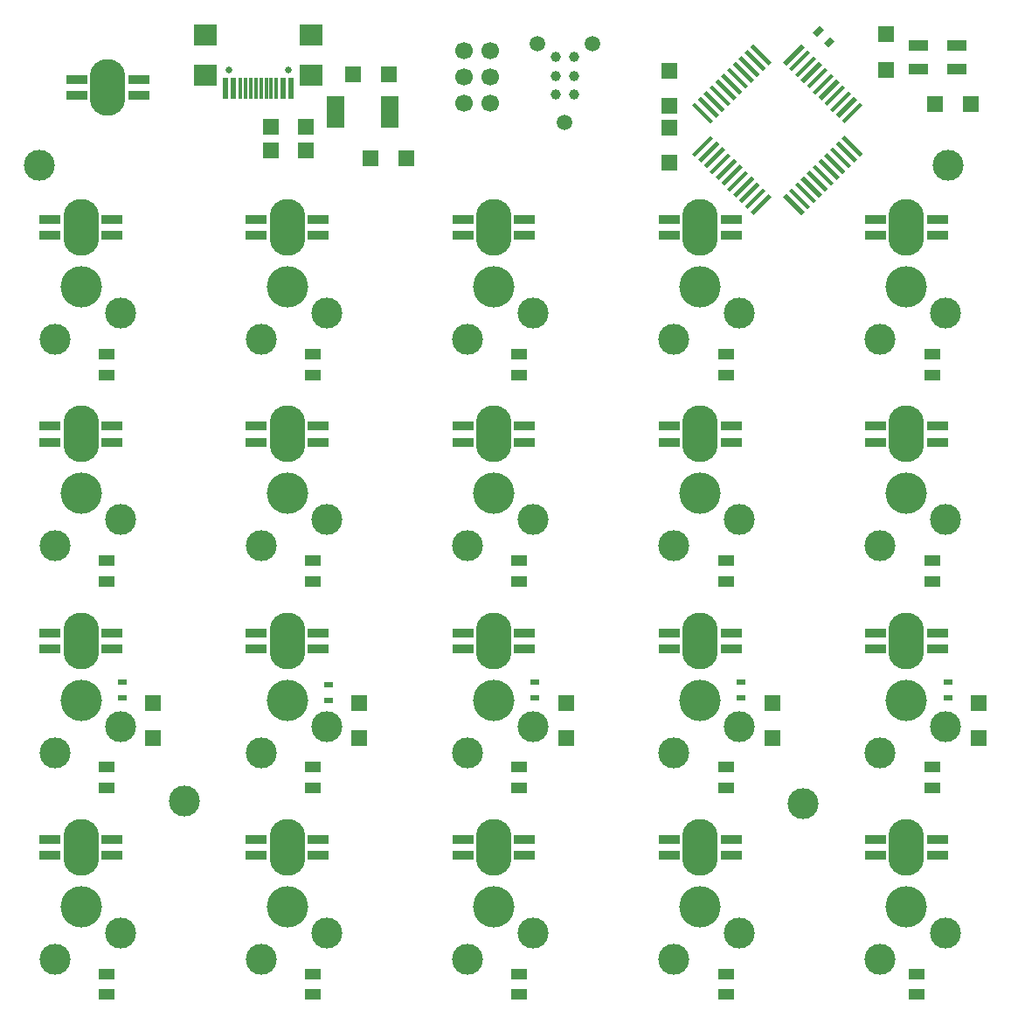
<source format=gbr>
G04 #@! TF.GenerationSoftware,KiCad,Pcbnew,(5.1.9)-1*
G04 #@! TF.CreationDate,2021-02-04T21:44:10+01:00*
G04 #@! TF.ProjectId,Makrokeyboard,4d616b72-6f6b-4657-9962-6f6172642e6b,rev?*
G04 #@! TF.SameCoordinates,Original*
G04 #@! TF.FileFunction,Soldermask,Bot*
G04 #@! TF.FilePolarity,Negative*
%FSLAX46Y46*%
G04 Gerber Fmt 4.6, Leading zero omitted, Abs format (unit mm)*
G04 Created by KiCad (PCBNEW (5.1.9)-1) date 2021-02-04 21:44:10*
%MOMM*%
%LPD*%
G01*
G04 APERTURE LIST*
%ADD10C,1.700000*%
%ADD11O,3.450000X5.500000*%
%ADD12R,2.000000X0.850000*%
%ADD13C,3.000000*%
%ADD14R,0.900000X0.600000*%
%ADD15R,1.900000X1.100000*%
%ADD16R,2.180000X2.000000*%
%ADD17R,0.600000X2.000000*%
%ADD18R,0.300000X2.000000*%
%ADD19C,0.650000*%
%ADD20C,1.500000*%
%ADD21C,1.000000*%
%ADD22C,0.100000*%
%ADD23C,4.000000*%
%ADD24R,1.520000X1.600000*%
%ADD25R,1.780000X3.150000*%
%ADD26R,1.500000X1.000000*%
%ADD27R,1.600000X1.520000*%
G04 APERTURE END LIST*
D10*
X148670000Y-38150000D03*
X146130000Y-35610000D03*
X148670000Y-35610000D03*
X148670000Y-40690000D03*
X146130000Y-40690000D03*
X146130000Y-38150000D03*
D11*
X111600000Y-39150000D03*
D12*
X114600000Y-39915000D03*
X114600000Y-38385000D03*
X108600000Y-38385000D03*
X108600000Y-39915000D03*
D13*
X119000000Y-108250000D03*
X193000000Y-46750000D03*
X179000000Y-108500000D03*
X105000000Y-46750000D03*
D14*
X113000000Y-96750000D03*
X113000000Y-98250000D03*
X133000000Y-97000000D03*
X133000000Y-98500000D03*
X153000000Y-96750000D03*
X153000000Y-98250000D03*
X173000000Y-96750000D03*
X173000000Y-98250000D03*
X193000000Y-96750000D03*
X193000000Y-98250000D03*
D15*
X193850000Y-35100000D03*
X193850000Y-37400000D03*
X190150000Y-35100000D03*
X190150000Y-37400000D03*
D16*
X121090000Y-34100000D03*
X131310000Y-34100000D03*
X121090000Y-38030000D03*
X131310000Y-38030000D03*
D17*
X123000000Y-39300000D03*
X129400000Y-39300000D03*
X123800000Y-39300000D03*
X128600000Y-39300000D03*
D18*
X124450000Y-39300000D03*
X124950000Y-39300000D03*
X125450000Y-39300000D03*
X125950000Y-39300000D03*
X126450000Y-39300000D03*
X126950000Y-39300000D03*
X127450000Y-39300000D03*
X127950000Y-39300000D03*
D19*
X123310000Y-37530000D03*
X129090000Y-37530000D03*
D20*
X155900000Y-42550000D03*
X158600000Y-34980000D03*
X153200000Y-34980000D03*
D21*
X156800000Y-39850000D03*
X156800000Y-38050000D03*
X156800000Y-36250000D03*
X155000000Y-36250000D03*
X155000000Y-38050000D03*
X155000000Y-39850000D03*
D22*
G36*
X168509693Y-45866295D02*
G01*
X168226850Y-45583452D01*
X169994617Y-43815685D01*
X170277460Y-44098528D01*
X168509693Y-45866295D01*
G37*
G36*
X169075379Y-46431981D02*
G01*
X168792536Y-46149138D01*
X170560303Y-44381371D01*
X170843146Y-44664214D01*
X169075379Y-46431981D01*
G37*
G36*
X169641064Y-46997666D02*
G01*
X169358221Y-46714823D01*
X171125988Y-44947056D01*
X171408831Y-45229899D01*
X169641064Y-46997666D01*
G37*
G36*
X170206750Y-47563352D02*
G01*
X169923907Y-47280509D01*
X171691674Y-45512742D01*
X171974517Y-45795585D01*
X170206750Y-47563352D01*
G37*
G36*
X170772435Y-48129037D02*
G01*
X170489592Y-47846194D01*
X172257359Y-46078427D01*
X172540202Y-46361270D01*
X170772435Y-48129037D01*
G37*
G36*
X171903806Y-49260408D02*
G01*
X171620963Y-48977565D01*
X173388730Y-47209798D01*
X173671573Y-47492641D01*
X171903806Y-49260408D01*
G37*
G36*
X171338121Y-48694722D02*
G01*
X171055278Y-48411879D01*
X172823045Y-46644112D01*
X173105888Y-46926955D01*
X171338121Y-48694722D01*
G37*
G36*
X172469491Y-49826093D02*
G01*
X172186648Y-49543250D01*
X173954415Y-47775483D01*
X174237258Y-48058326D01*
X172469491Y-49826093D01*
G37*
G36*
X173035177Y-50391779D02*
G01*
X172752334Y-50108936D01*
X174520101Y-48341169D01*
X174802944Y-48624012D01*
X173035177Y-50391779D01*
G37*
G36*
X173600862Y-50957464D02*
G01*
X173318019Y-50674621D01*
X175085786Y-48906854D01*
X175368629Y-49189697D01*
X173600862Y-50957464D01*
G37*
G36*
X174166548Y-51523150D02*
G01*
X173883705Y-51240307D01*
X175651472Y-49472540D01*
X175934315Y-49755383D01*
X174166548Y-51523150D01*
G37*
G36*
X179681981Y-50674621D02*
G01*
X179399138Y-50957464D01*
X177631371Y-49189697D01*
X177914214Y-48906854D01*
X179681981Y-50674621D01*
G37*
G36*
X179116295Y-51240307D02*
G01*
X178833452Y-51523150D01*
X177065685Y-49755383D01*
X177348528Y-49472540D01*
X179116295Y-51240307D01*
G37*
G36*
X180247666Y-50108936D02*
G01*
X179964823Y-50391779D01*
X178197056Y-48624012D01*
X178479899Y-48341169D01*
X180247666Y-50108936D01*
G37*
G36*
X180813352Y-49543250D02*
G01*
X180530509Y-49826093D01*
X178762742Y-48058326D01*
X179045585Y-47775483D01*
X180813352Y-49543250D01*
G37*
G36*
X181379037Y-48977565D02*
G01*
X181096194Y-49260408D01*
X179328427Y-47492641D01*
X179611270Y-47209798D01*
X181379037Y-48977565D01*
G37*
G36*
X181944722Y-48411879D02*
G01*
X181661879Y-48694722D01*
X179894112Y-46926955D01*
X180176955Y-46644112D01*
X181944722Y-48411879D01*
G37*
G36*
X182510408Y-47846194D02*
G01*
X182227565Y-48129037D01*
X180459798Y-46361270D01*
X180742641Y-46078427D01*
X182510408Y-47846194D01*
G37*
G36*
X183076093Y-47280509D02*
G01*
X182793250Y-47563352D01*
X181025483Y-45795585D01*
X181308326Y-45512742D01*
X183076093Y-47280509D01*
G37*
G36*
X183641779Y-46714823D02*
G01*
X183358936Y-46997666D01*
X181591169Y-45229899D01*
X181874012Y-44947056D01*
X183641779Y-46714823D01*
G37*
G36*
X184207464Y-46149138D02*
G01*
X183924621Y-46431981D01*
X182156854Y-44664214D01*
X182439697Y-44381371D01*
X184207464Y-46149138D01*
G37*
G36*
X184773150Y-45583452D02*
G01*
X184490307Y-45866295D01*
X182722540Y-44098528D01*
X183005383Y-43815685D01*
X184773150Y-45583452D01*
G37*
G36*
X184490307Y-40633705D02*
G01*
X184773150Y-40916548D01*
X183005383Y-42684315D01*
X182722540Y-42401472D01*
X184490307Y-40633705D01*
G37*
G36*
X183924621Y-40068019D02*
G01*
X184207464Y-40350862D01*
X182439697Y-42118629D01*
X182156854Y-41835786D01*
X183924621Y-40068019D01*
G37*
G36*
X183358936Y-39502334D02*
G01*
X183641779Y-39785177D01*
X181874012Y-41552944D01*
X181591169Y-41270101D01*
X183358936Y-39502334D01*
G37*
G36*
X182793250Y-38936648D02*
G01*
X183076093Y-39219491D01*
X181308326Y-40987258D01*
X181025483Y-40704415D01*
X182793250Y-38936648D01*
G37*
G36*
X182227565Y-38370963D02*
G01*
X182510408Y-38653806D01*
X180742641Y-40421573D01*
X180459798Y-40138730D01*
X182227565Y-38370963D01*
G37*
G36*
X181661879Y-37805278D02*
G01*
X181944722Y-38088121D01*
X180176955Y-39855888D01*
X179894112Y-39573045D01*
X181661879Y-37805278D01*
G37*
G36*
X181096194Y-37239592D02*
G01*
X181379037Y-37522435D01*
X179611270Y-39290202D01*
X179328427Y-39007359D01*
X181096194Y-37239592D01*
G37*
G36*
X180530509Y-36673907D02*
G01*
X180813352Y-36956750D01*
X179045585Y-38724517D01*
X178762742Y-38441674D01*
X180530509Y-36673907D01*
G37*
G36*
X179964823Y-36108221D02*
G01*
X180247666Y-36391064D01*
X178479899Y-38158831D01*
X178197056Y-37875988D01*
X179964823Y-36108221D01*
G37*
G36*
X179399138Y-35542536D02*
G01*
X179681981Y-35825379D01*
X177914214Y-37593146D01*
X177631371Y-37310303D01*
X179399138Y-35542536D01*
G37*
G36*
X178833452Y-34976850D02*
G01*
X179116295Y-35259693D01*
X177348528Y-37027460D01*
X177065685Y-36744617D01*
X178833452Y-34976850D01*
G37*
G36*
X173883705Y-35259693D02*
G01*
X174166548Y-34976850D01*
X175934315Y-36744617D01*
X175651472Y-37027460D01*
X173883705Y-35259693D01*
G37*
G36*
X173318019Y-35825379D02*
G01*
X173600862Y-35542536D01*
X175368629Y-37310303D01*
X175085786Y-37593146D01*
X173318019Y-35825379D01*
G37*
G36*
X172752334Y-36391064D02*
G01*
X173035177Y-36108221D01*
X174802944Y-37875988D01*
X174520101Y-38158831D01*
X172752334Y-36391064D01*
G37*
G36*
X172186648Y-36956750D02*
G01*
X172469491Y-36673907D01*
X174237258Y-38441674D01*
X173954415Y-38724517D01*
X172186648Y-36956750D01*
G37*
G36*
X171620963Y-37522435D02*
G01*
X171903806Y-37239592D01*
X173671573Y-39007359D01*
X173388730Y-39290202D01*
X171620963Y-37522435D01*
G37*
G36*
X171055278Y-38088121D02*
G01*
X171338121Y-37805278D01*
X173105888Y-39573045D01*
X172823045Y-39855888D01*
X171055278Y-38088121D01*
G37*
G36*
X170489592Y-38653806D02*
G01*
X170772435Y-38370963D01*
X172540202Y-40138730D01*
X172257359Y-40421573D01*
X170489592Y-38653806D01*
G37*
G36*
X169923907Y-39219491D02*
G01*
X170206750Y-38936648D01*
X171974517Y-40704415D01*
X171691674Y-40987258D01*
X169923907Y-39219491D01*
G37*
G36*
X169358221Y-39785177D02*
G01*
X169641064Y-39502334D01*
X171408831Y-41270101D01*
X171125988Y-41552944D01*
X169358221Y-39785177D01*
G37*
G36*
X168792536Y-40350862D02*
G01*
X169075379Y-40068019D01*
X170843146Y-41835786D01*
X170560303Y-42118629D01*
X168792536Y-40350862D01*
G37*
G36*
X168226850Y-40916548D02*
G01*
X168509693Y-40633705D01*
X170277460Y-42401472D01*
X169994617Y-42684315D01*
X168226850Y-40916548D01*
G37*
D13*
X106460000Y-63580000D03*
X112810000Y-61040000D03*
D23*
X109000000Y-58500000D03*
D13*
X106460000Y-83580000D03*
X112810000Y-81040000D03*
D23*
X109000000Y-78500000D03*
D13*
X106460000Y-103580000D03*
X112810000Y-101040000D03*
D23*
X109000000Y-98500000D03*
D13*
X106460000Y-123580000D03*
X112810000Y-121040000D03*
D23*
X109000000Y-118500000D03*
D13*
X126460000Y-63580000D03*
X132810000Y-61040000D03*
D23*
X129000000Y-58500000D03*
D13*
X126460000Y-83580000D03*
X132810000Y-81040000D03*
D23*
X129000000Y-78500000D03*
D13*
X126460000Y-103580000D03*
X132810000Y-101040000D03*
D23*
X129000000Y-98500000D03*
D13*
X126460000Y-123580000D03*
X132810000Y-121040000D03*
D23*
X129000000Y-118500000D03*
D13*
X146460000Y-63580000D03*
X152810000Y-61040000D03*
D23*
X149000000Y-58500000D03*
D13*
X146460000Y-83580000D03*
X152810000Y-81040000D03*
D23*
X149000000Y-78500000D03*
D13*
X146460000Y-103580000D03*
X152810000Y-101040000D03*
D23*
X149000000Y-98500000D03*
D13*
X146460000Y-123580000D03*
X152810000Y-121040000D03*
D23*
X149000000Y-118500000D03*
D13*
X166460000Y-63580000D03*
X172810000Y-61040000D03*
D23*
X169000000Y-58500000D03*
D13*
X166460000Y-83580000D03*
X172810000Y-81040000D03*
D23*
X169000000Y-78500000D03*
D13*
X166460000Y-103580000D03*
X172810000Y-101040000D03*
D23*
X169000000Y-98500000D03*
D13*
X166460000Y-123580000D03*
X172810000Y-121040000D03*
D23*
X169000000Y-118500000D03*
D13*
X186460000Y-63580000D03*
X192810000Y-61040000D03*
D23*
X189000000Y-58500000D03*
D13*
X186460000Y-83580000D03*
X192810000Y-81040000D03*
D23*
X189000000Y-78500000D03*
D13*
X186460000Y-103580000D03*
X192810000Y-101040000D03*
D23*
X189000000Y-98500000D03*
D13*
X186460000Y-123580000D03*
X192810000Y-121040000D03*
D23*
X189000000Y-118500000D03*
D24*
X137070000Y-46000000D03*
X140500000Y-46000000D03*
D22*
G36*
X179939340Y-33825736D02*
G01*
X180575736Y-33189340D01*
X181000000Y-33613604D01*
X180363604Y-34250000D01*
X179939340Y-33825736D01*
G37*
G36*
X181000000Y-34886396D02*
G01*
X181636396Y-34250000D01*
X182060660Y-34674264D01*
X181424264Y-35310660D01*
X181000000Y-34886396D01*
G37*
D24*
X130815000Y-43000000D03*
X127385000Y-43000000D03*
X130815000Y-45250000D03*
X127385000Y-45250000D03*
D11*
X189000000Y-52750000D03*
D12*
X186000000Y-51985000D03*
X186000000Y-53515000D03*
X192000000Y-53515000D03*
X192000000Y-51985000D03*
D11*
X189000000Y-92750000D03*
D12*
X186000000Y-91985000D03*
X186000000Y-93515000D03*
X192000000Y-93515000D03*
X192000000Y-91985000D03*
D11*
X169000000Y-52750000D03*
D12*
X166000000Y-51985000D03*
X166000000Y-53515000D03*
X172000000Y-53515000D03*
X172000000Y-51985000D03*
D11*
X169000000Y-92750000D03*
D12*
X166000000Y-91985000D03*
X166000000Y-93515000D03*
X172000000Y-93515000D03*
X172000000Y-91985000D03*
D11*
X149000000Y-52750000D03*
D12*
X146000000Y-51985000D03*
X146000000Y-53515000D03*
X152000000Y-53515000D03*
X152000000Y-51985000D03*
D11*
X149000000Y-92750000D03*
D12*
X146000000Y-91985000D03*
X146000000Y-93515000D03*
X152000000Y-93515000D03*
X152000000Y-91985000D03*
D11*
X129000000Y-52750000D03*
D12*
X126000000Y-51985000D03*
X126000000Y-53515000D03*
X132000000Y-53515000D03*
X132000000Y-51985000D03*
D11*
X129000000Y-92750000D03*
D12*
X126000000Y-91985000D03*
X126000000Y-93515000D03*
X132000000Y-93515000D03*
X132000000Y-91985000D03*
D11*
X109000000Y-52750000D03*
D12*
X106000000Y-51985000D03*
X106000000Y-53515000D03*
X112000000Y-53515000D03*
X112000000Y-51985000D03*
D11*
X109000000Y-92750000D03*
D12*
X106000000Y-91985000D03*
X106000000Y-93515000D03*
X112000000Y-93515000D03*
X112000000Y-91985000D03*
D11*
X109000000Y-72750000D03*
D12*
X112000000Y-73515000D03*
X112000000Y-71985000D03*
X106000000Y-71985000D03*
X106000000Y-73515000D03*
D11*
X109000000Y-112750000D03*
D12*
X112000000Y-113515000D03*
X112000000Y-111985000D03*
X106000000Y-111985000D03*
X106000000Y-113515000D03*
D11*
X129000000Y-72750000D03*
D12*
X132000000Y-73515000D03*
X132000000Y-71985000D03*
X126000000Y-71985000D03*
X126000000Y-73515000D03*
D11*
X129000000Y-112750000D03*
D12*
X132000000Y-113515000D03*
X132000000Y-111985000D03*
X126000000Y-111985000D03*
X126000000Y-113515000D03*
D11*
X149000000Y-72750000D03*
D12*
X152000000Y-73515000D03*
X152000000Y-71985000D03*
X146000000Y-71985000D03*
X146000000Y-73515000D03*
D11*
X149000000Y-112750000D03*
D12*
X152000000Y-113515000D03*
X152000000Y-111985000D03*
X146000000Y-111985000D03*
X146000000Y-113515000D03*
D11*
X169000000Y-72750000D03*
D12*
X172000000Y-73515000D03*
X172000000Y-71985000D03*
X166000000Y-71985000D03*
X166000000Y-73515000D03*
D11*
X169000000Y-112750000D03*
D12*
X172000000Y-113515000D03*
X172000000Y-111985000D03*
X166000000Y-111985000D03*
X166000000Y-113515000D03*
D11*
X189000000Y-72750000D03*
D12*
X192000000Y-73515000D03*
X192000000Y-71985000D03*
X186000000Y-71985000D03*
X186000000Y-73515000D03*
D11*
X189000000Y-112750000D03*
D12*
X192000000Y-113515000D03*
X192000000Y-111985000D03*
X186000000Y-111985000D03*
X186000000Y-113515000D03*
D25*
X133685000Y-41550000D03*
X138915000Y-41550000D03*
D26*
X111500000Y-65000000D03*
X111500000Y-67000000D03*
X111500000Y-85000000D03*
X111500000Y-87000000D03*
X111500000Y-105000000D03*
X111500000Y-107000000D03*
X111500000Y-125000000D03*
X111500000Y-127000000D03*
X131500000Y-65000000D03*
X131500000Y-67000000D03*
X131500000Y-85000000D03*
X131500000Y-87000000D03*
X131500000Y-105000000D03*
X131500000Y-107000000D03*
X131500000Y-125000000D03*
X131500000Y-127000000D03*
X151500000Y-65000000D03*
X151500000Y-67000000D03*
X151500000Y-85000000D03*
X151500000Y-87000000D03*
X151500000Y-105000000D03*
X151500000Y-107000000D03*
X151500000Y-125000000D03*
X151500000Y-127000000D03*
X171500000Y-65000000D03*
X171500000Y-67000000D03*
X171500000Y-85000000D03*
X171500000Y-87000000D03*
X171500000Y-105000000D03*
X171500000Y-107000000D03*
X171500000Y-125000000D03*
X171500000Y-127000000D03*
X191500000Y-65000000D03*
X191500000Y-67000000D03*
X191500000Y-85000000D03*
X191500000Y-87000000D03*
X191500000Y-105000000D03*
X191500000Y-107000000D03*
X190000000Y-125000000D03*
X190000000Y-127000000D03*
D27*
X116000000Y-102215000D03*
X116000000Y-98785000D03*
X136000000Y-102215000D03*
X136000000Y-98785000D03*
X156000000Y-102215000D03*
X156000000Y-98785000D03*
X176000000Y-102215000D03*
X176000000Y-98785000D03*
X196000000Y-102215000D03*
X196000000Y-98785000D03*
D24*
X195215000Y-40750000D03*
X191785000Y-40750000D03*
D27*
X187000000Y-37465000D03*
X187000000Y-34035000D03*
D24*
X138815000Y-37950000D03*
X135385000Y-37950000D03*
D27*
X166000000Y-40965000D03*
X166000000Y-37535000D03*
X166000000Y-43035000D03*
X166000000Y-46465000D03*
M02*

</source>
